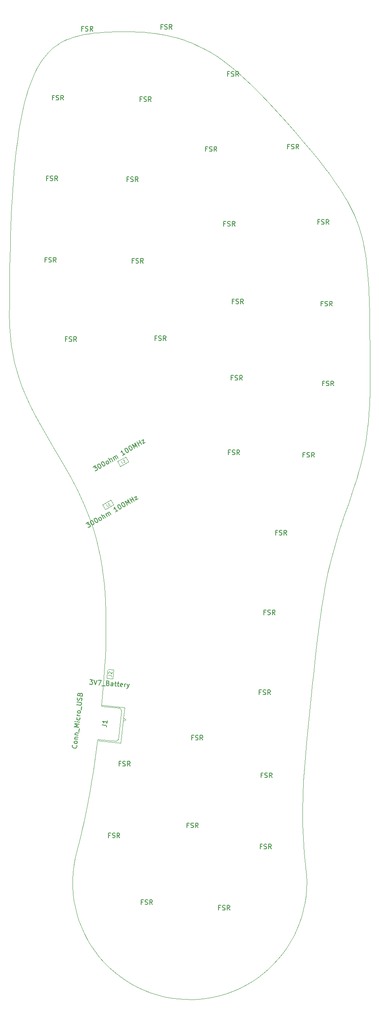
<source format=gbr>
G04 #@! TF.GenerationSoftware,KiCad,Pcbnew,(5.0.0)*
G04 #@! TF.CreationDate,2019-10-21T15:10:15+02:00*
G04 #@! TF.ProjectId,Insole_PCB,496E736F6C655F5043422E6B69636164,rev?*
G04 #@! TF.SameCoordinates,Original*
G04 #@! TF.FileFunction,Other,Fab,Top*
%FSLAX46Y46*%
G04 Gerber Fmt 4.6, Leading zero omitted, Abs format (unit mm)*
G04 Created by KiCad (PCBNEW (5.0.0)) date 10/21/19 15:10:15*
%MOMM*%
%LPD*%
G01*
G04 APERTURE LIST*
%ADD10C,0.100000*%
%ADD11C,0.150000*%
%ADD12C,0.114000*%
%ADD13C,0.080000*%
G04 APERTURE END LIST*
D10*
X190379453Y-186120707D02*
X194099453Y-186470707D01*
X194100603Y-186471601D02*
G75*
G02X194539453Y-187100707I-131150J-559106D01*
G01*
X193879453Y-193230707D02*
X194539453Y-187080707D01*
X193879787Y-193227302D02*
G75*
G02X193449453Y-193580707I-390334J36595D01*
G01*
X193459453Y-193580707D02*
X189609453Y-193230707D01*
X189388394Y-193387955D02*
G75*
G02X189599453Y-193230707I181059J-22752D01*
G01*
X190389416Y-186121040D02*
G75*
G02X190239453Y-185960707I37J150333D01*
G01*
X170502673Y-97171820D02*
X170487953Y-99792361D01*
X170527363Y-94628611D02*
X170502673Y-97171820D01*
X170483053Y-102491270D02*
X170494723Y-103528975D01*
X170487953Y-99792361D02*
X170483053Y-102491270D01*
X170494723Y-103528975D02*
X170529453Y-104550707D01*
X177637945Y-47294604D02*
X177239801Y-47873209D01*
X173313860Y-58401530D02*
X173062719Y-59616228D01*
X182823765Y-43088121D02*
X182273888Y-43338531D01*
X190332184Y-41523251D02*
X189533787Y-41588051D01*
X177239801Y-47873209D02*
X176851969Y-48493105D01*
X170607173Y-89770014D02*
X170562153Y-92161688D01*
X170662563Y-87452544D02*
X170607173Y-89770014D01*
X170728433Y-85208243D02*
X170662563Y-87452544D01*
X170804923Y-83036070D02*
X170728433Y-85208243D01*
X170892153Y-80934985D02*
X170804923Y-83036070D01*
X171494020Y-71459414D02*
X171351126Y-73220675D01*
X173852888Y-56140520D02*
X173577303Y-57243380D01*
X182273888Y-43338531D02*
X181742821Y-43610661D01*
X175407072Y-51411127D02*
X175073286Y-52256594D01*
X172824060Y-60887881D02*
X172597818Y-62217097D01*
X176851969Y-48493105D02*
X176474615Y-49155581D01*
X188758851Y-41665951D02*
X188007291Y-41757751D01*
X172597818Y-62217097D02*
X172383871Y-63604914D01*
X185233138Y-42280251D02*
X184597201Y-42453871D01*
X181742821Y-43610661D02*
X181229520Y-43906061D01*
X171099375Y-76941897D02*
X170990263Y-78903941D01*
X178892931Y-45786555D02*
X178464344Y-46254206D01*
X170990263Y-78903941D02*
X170892153Y-80934985D01*
X171648435Y-69762987D02*
X171494020Y-71459414D01*
X171814501Y-68130366D02*
X171648435Y-69762987D01*
X174439806Y-54095606D02*
X174140444Y-55091692D01*
X191999694Y-41429551D02*
X191154124Y-41470651D01*
X172182089Y-65052370D02*
X171992342Y-66560511D01*
X173062719Y-59616228D02*
X172824060Y-60887881D01*
X180252045Y-44572921D02*
X179785790Y-44947461D01*
X175752001Y-50613314D02*
X175407072Y-51411127D01*
X174750810Y-53151003D02*
X174439806Y-54095606D01*
X191154124Y-41470651D02*
X190332184Y-41523251D01*
X192868974Y-41398951D02*
X191999694Y-41429551D01*
X173577303Y-57243380D02*
X173313860Y-58401530D01*
X171219618Y-75047823D02*
X171099375Y-76941897D01*
X171992342Y-66560511D02*
X171814501Y-68130366D01*
X175073286Y-52256594D02*
X174750810Y-53151003D01*
X183984139Y-42646361D02*
X183393491Y-42857891D01*
X172383871Y-63604914D02*
X172182089Y-65052370D01*
X179785790Y-44947461D02*
X179333132Y-45351491D01*
X183393491Y-42857891D02*
X182823765Y-43088121D01*
X189533787Y-41588051D02*
X188758851Y-41665951D01*
X187279023Y-41864221D02*
X186573964Y-41986251D01*
X176474615Y-49155581D02*
X176107900Y-49861887D01*
X181229520Y-43906061D02*
X180732941Y-44226301D01*
X180732941Y-44226301D02*
X180252045Y-44572921D01*
X174140444Y-55091692D02*
X173852888Y-56140520D01*
X176107900Y-49861887D02*
X175752001Y-50613314D01*
X179333132Y-45351491D02*
X178892931Y-45786555D01*
X188007291Y-41757751D02*
X187279023Y-41864221D01*
X193762044Y-41378151D02*
X192868974Y-41398951D01*
X186573964Y-41986251D02*
X185892030Y-42124651D01*
X184597201Y-42453871D02*
X183984139Y-42646361D01*
X171351126Y-73220675D02*
X171219618Y-75047823D01*
X185892030Y-42124651D02*
X185233138Y-42280251D01*
X178046228Y-46755999D02*
X177637945Y-47294604D01*
X178464344Y-46254206D02*
X178046228Y-46755999D01*
X170562153Y-92161688D02*
X170527363Y-94628611D01*
X194679004Y-41366251D02*
X193762044Y-41378151D01*
X195619924Y-41362251D02*
X194679004Y-41366251D01*
X196894014Y-41377451D02*
X195619924Y-41362251D01*
X198114894Y-41422051D02*
X196894014Y-41377451D01*
X202517934Y-41863141D02*
X201483824Y-41716781D01*
X203511444Y-42031461D02*
X202517934Y-41863141D01*
X200407134Y-41593351D02*
X199285094Y-41494551D01*
X199285094Y-41494551D02*
X198114894Y-41422051D01*
X201483824Y-41716781D02*
X200407134Y-41593351D01*
X247122744Y-128410147D02*
X247352264Y-126755951D01*
X246857894Y-130000195D02*
X247122744Y-128410147D01*
X246560114Y-131532802D02*
X246857894Y-130000195D01*
X246231804Y-133014679D02*
X246560114Y-131532802D01*
X247352264Y-126755951D02*
X247544064Y-125030899D01*
X233232414Y-231222212D02*
X233627294Y-229772978D01*
X245493214Y-135853550D02*
X245875364Y-134452530D01*
X243304924Y-142610921D02*
X244222294Y-139929626D01*
X238528834Y-159144221D02*
X238886104Y-157445068D01*
X235217794Y-184592249D02*
X235399484Y-182844599D01*
X232751664Y-232645269D02*
X233232414Y-231222212D01*
X242362964Y-145326353D02*
X243304924Y-142610921D01*
X236170304Y-175609913D02*
X236594054Y-171886652D01*
X233440754Y-211338705D02*
X233415954Y-209805479D01*
X233478254Y-205250906D02*
X233617954Y-202223551D01*
X236594054Y-171886652D02*
X237063174Y-168157637D01*
X245088094Y-137228461D02*
X245493214Y-135853550D01*
X233564554Y-214438551D02*
X233489954Y-212882467D01*
X234136644Y-220821943D02*
X233950604Y-219198652D01*
X233950604Y-219198652D02*
X233793904Y-217594854D01*
X244222294Y-139929626D02*
X245088094Y-137228461D01*
X240963604Y-149581666D02*
X241423414Y-148129930D01*
X234075074Y-196077692D02*
X234370484Y-192916792D01*
X239664804Y-154175581D02*
X240082284Y-152603682D01*
X231539784Y-235392645D02*
X232186784Y-234037069D01*
X237592034Y-164473799D02*
X237883364Y-162664739D01*
X234695794Y-189668978D02*
X234866134Y-188005586D01*
X233489954Y-212882467D02*
X233440754Y-211338705D01*
X233665544Y-216008749D02*
X233564554Y-214438551D01*
X234324784Y-223818838D02*
X234275484Y-222317579D01*
X228180954Y-240358183D02*
X229130544Y-239194364D01*
X227163554Y-241463209D02*
X228180954Y-240358183D01*
X233793904Y-217594854D02*
X233665544Y-216008749D01*
X223741874Y-244387187D02*
X224940044Y-243481317D01*
X234530094Y-191305075D02*
X234695794Y-189668978D01*
X234275484Y-222317579D02*
X234136644Y-220821943D01*
X241891204Y-146713748D02*
X242362964Y-145326353D01*
X234866134Y-188005586D02*
X235040084Y-186312990D01*
X238195024Y-160886073D02*
X238528834Y-159144221D01*
X233414954Y-208280981D02*
X233478254Y-205250906D01*
X241423414Y-148129930D02*
X241891204Y-146713748D01*
X240515884Y-151072638D02*
X240963604Y-149581666D01*
X240082284Y-152603682D02*
X240515884Y-151072638D01*
X237883364Y-162664739D02*
X238195024Y-160886073D01*
X239265414Y-155789116D02*
X239664804Y-154175581D01*
X233934914Y-228302755D02*
X234154174Y-226816778D01*
X237319234Y-166306887D02*
X237592034Y-164473799D01*
X237063174Y-168157637D02*
X237319234Y-166306887D01*
X234370484Y-192916792D02*
X234530094Y-191305075D01*
X233617954Y-202223551D02*
X233820564Y-199172876D01*
X226081954Y-242505497D02*
X227163554Y-241463209D01*
X233627294Y-229772978D02*
X233934914Y-228302755D01*
X230008924Y-237975904D02*
X230812964Y-236707151D01*
X233415954Y-209805479D02*
X233414954Y-208280981D01*
X232186784Y-234037069D02*
X232751664Y-232645269D01*
X235775624Y-179273519D02*
X236170304Y-175609913D01*
X235585354Y-181071276D02*
X235775624Y-179273519D01*
X233820564Y-199172876D02*
X234075074Y-196077692D01*
X230812964Y-236707151D02*
X231539784Y-235392645D01*
X229130544Y-239194364D02*
X230008924Y-237975904D01*
X234284284Y-225320356D02*
X234324784Y-223818838D01*
X224940044Y-243481317D02*
X226081954Y-242505497D01*
X221194114Y-245976421D02*
X222491744Y-245219877D01*
X245875364Y-134452530D02*
X246231804Y-133014679D01*
X238886104Y-157445068D02*
X239265414Y-155789116D01*
X234154174Y-226816778D02*
X234284284Y-225320356D01*
X235040084Y-186312990D02*
X235217794Y-184592249D01*
X235399484Y-182844599D02*
X235585354Y-181071276D01*
X222491744Y-245219877D02*
X223741874Y-244387187D01*
X211186874Y-248949361D02*
X212679944Y-248785231D01*
X209686664Y-249023961D02*
X211186874Y-248949361D01*
X202265874Y-248056971D02*
X203721574Y-248427291D01*
X200834884Y-247600371D02*
X202265874Y-248056971D01*
X195458624Y-244948187D02*
X196740794Y-245730641D01*
X186609900Y-234941105D02*
X187310154Y-236269955D01*
X185001417Y-230737507D02*
X185453466Y-232169933D01*
X184357719Y-227804516D02*
X184635733Y-229280628D01*
X184137467Y-221813709D02*
X184058047Y-223313671D01*
X184058047Y-223313671D02*
X184068357Y-224815700D01*
X206686264Y-248904091D02*
X208184674Y-249008861D01*
X188942245Y-238790478D02*
X189868254Y-239973148D01*
X193045754Y-243160767D02*
X194225474Y-244090547D01*
X191923684Y-242162207D02*
X193045754Y-243160767D01*
X184635733Y-229280628D02*
X185001417Y-230737507D01*
X184564049Y-218841373D02*
X184306334Y-220321171D01*
X190863254Y-241098392D02*
X191923684Y-242162207D01*
X184168367Y-226314434D02*
X184357719Y-227804516D01*
X184068357Y-224815700D02*
X184168367Y-226314434D01*
X184306334Y-220321171D02*
X184137467Y-221813709D01*
X185990265Y-233572803D02*
X186609900Y-234941105D01*
X219853604Y-246654091D02*
X221194114Y-245976421D01*
X208184674Y-249008861D02*
X209686664Y-249023961D01*
X218475014Y-247250491D02*
X219853604Y-246654091D01*
X217063264Y-247763481D02*
X218475014Y-247250491D01*
X203721574Y-248427291D02*
X205196794Y-248710001D01*
X189868254Y-239973148D02*
X190863254Y-241098392D01*
X187310154Y-236269955D02*
X188088528Y-237554607D01*
X185453466Y-232169933D02*
X185990265Y-233572803D01*
X199433734Y-247059111D02*
X200834884Y-247600371D01*
X188088528Y-237554607D02*
X188942245Y-238790478D01*
X215623394Y-248191241D02*
X217063264Y-247763481D01*
X214160544Y-248532231D02*
X215623394Y-248191241D01*
X205196794Y-248710001D02*
X206686264Y-248904091D01*
X198067404Y-246435131D02*
X199433734Y-247059111D01*
X212679944Y-248785231D02*
X214160544Y-248532231D01*
X194225474Y-244090547D02*
X195458624Y-244948187D01*
X196740794Y-245730641D02*
X198067404Y-246435131D01*
X247894174Y-116306412D02*
X247893934Y-115319929D01*
X247893934Y-115319929D02*
X247893474Y-114356672D01*
X247805234Y-121342596D02*
X247843834Y-120368246D01*
X247884714Y-109872621D02*
X247877714Y-108225431D01*
X247695734Y-123228281D02*
X247755834Y-122295894D01*
X247889714Y-111601641D02*
X247884714Y-109872621D01*
X247892714Y-113416180D02*
X247889714Y-111601641D01*
X247888234Y-118355469D02*
X247894234Y-117316582D01*
X247871534Y-119372614D02*
X247888234Y-118355469D01*
X247843834Y-120368246D02*
X247871534Y-119372614D01*
X247544064Y-125030899D02*
X247695734Y-123228281D01*
X247893474Y-114356672D02*
X247892714Y-113416180D01*
X247894234Y-117316582D02*
X247894174Y-116306412D01*
X247755834Y-122295894D02*
X247805234Y-121342596D01*
X214879924Y-46562887D02*
X213635264Y-45792066D01*
X221449504Y-51855032D02*
X220427524Y-50912542D01*
X246137844Y-85339773D02*
X245798804Y-84144155D01*
X247788714Y-101087770D02*
X247756614Y-99854063D01*
X231805254Y-62842268D02*
X230010224Y-60814360D01*
X243604684Y-78815481D02*
X243064624Y-77814077D01*
X247565214Y-95446836D02*
X247500314Y-94463411D01*
X236877664Y-68895216D02*
X235248524Y-66886267D01*
X244110704Y-79826216D02*
X243604684Y-78815481D01*
X246958794Y-89379869D02*
X246842054Y-88647402D01*
X241885614Y-75827581D02*
X241249624Y-74839613D01*
X246584794Y-87260244D02*
X246444044Y-86600973D01*
X247067774Y-90141317D02*
X246958794Y-89379869D01*
X247867714Y-106656381D02*
X247854314Y-105161779D01*
X247169114Y-90934034D02*
X247067774Y-90141317D01*
X222453224Y-52813635D02*
X221449504Y-51855032D01*
X210954374Y-44379261D02*
X210236764Y-44055661D01*
X235248524Y-66886267D02*
X233554534Y-64867430D01*
X216070304Y-47371786D02*
X214879924Y-46562887D01*
X206268334Y-42658791D02*
X205384664Y-42430231D01*
X247854314Y-105161779D02*
X247837014Y-103737940D01*
X208731434Y-43449871D02*
X207939734Y-43169561D01*
X210236764Y-44055661D02*
X209496454Y-43745561D01*
X212329384Y-45063121D02*
X210954374Y-44379261D01*
X213635264Y-45792066D02*
X212329384Y-45063121D01*
X241249624Y-74839613D02*
X240584664Y-73853231D01*
X247262914Y-91760313D02*
X247169114Y-90934034D01*
X218315924Y-49088697D02*
X217213334Y-48214979D01*
X247623114Y-96475275D02*
X247565214Y-95446836D01*
X224412064Y-54770849D02*
X222453224Y-52813635D01*
X247674214Y-97551016D02*
X247623114Y-96475275D01*
X247837014Y-103737940D02*
X247815314Y-102381166D01*
X247877714Y-108225431D02*
X247867714Y-106656381D01*
X247500314Y-94463411D02*
X247428414Y-93522711D01*
X219385014Y-49989149D02*
X218315924Y-49088697D01*
X220427524Y-50912542D02*
X219385014Y-49989149D01*
X247756614Y-99854063D02*
X247718614Y-98676351D01*
X245021544Y-81911230D02*
X244582934Y-80854971D01*
X245426774Y-83004465D02*
X245021544Y-81911230D01*
X228179124Y-58787207D02*
X226316524Y-56767568D01*
X242491104Y-76818586D02*
X241885614Y-75827581D01*
X245798804Y-84144155D02*
X245426774Y-83004465D01*
X247718614Y-98676351D02*
X247674214Y-97551016D01*
X244582934Y-80854971D02*
X244110704Y-79826216D01*
X239892194Y-72867002D02*
X239173744Y-71879469D01*
X247349314Y-92622438D02*
X247262914Y-91760313D01*
X230010224Y-60814360D02*
X228179124Y-58787207D01*
X233554534Y-64867430D02*
X231805254Y-62842268D01*
X239173744Y-71879469D02*
X238430784Y-70889196D01*
X246842054Y-88647402D02*
X246717424Y-87941625D01*
X246717424Y-87941625D02*
X246584794Y-87260244D01*
X243064624Y-77814077D02*
X242491104Y-76818586D01*
X204466364Y-42220801D02*
X203511444Y-42031461D01*
X209496454Y-43745561D02*
X208731434Y-43449871D01*
X217213334Y-48214979D02*
X216070304Y-47371786D01*
X247428414Y-93522711D02*
X247349314Y-92622438D01*
X226316524Y-56767568D02*
X224412064Y-54770849D01*
X247815314Y-102381166D02*
X247788714Y-101087770D01*
X238430784Y-70889196D02*
X236877664Y-68895216D01*
X246444044Y-86600973D02*
X246137844Y-85339773D01*
X205384664Y-42430231D02*
X204466364Y-42220801D01*
X240584664Y-73853231D02*
X239892194Y-72867002D01*
X207119364Y-42905551D02*
X206268334Y-42658791D01*
X207939734Y-43169561D02*
X207119364Y-42905551D01*
X187531669Y-205715372D02*
X187197858Y-207454901D01*
X191219344Y-167544674D02*
X191224344Y-169519192D01*
X189613116Y-152131936D02*
X190002174Y-153996906D01*
X184314893Y-138216109D02*
X185154422Y-139859829D01*
X171583982Y-112207114D02*
X172047078Y-113995104D01*
X179769689Y-130271493D02*
X181623956Y-133412058D01*
X177938346Y-127139655D02*
X179769689Y-130271493D01*
X191182044Y-165574631D02*
X191219344Y-167544674D01*
X170586793Y-105556944D02*
X170666303Y-106548167D01*
X188459882Y-200359976D02*
X188162849Y-202166827D01*
X170666303Y-106548167D02*
X170767533Y-107524855D01*
X189389453Y-193390707D02*
X189015686Y-196686720D01*
X191145044Y-173474812D02*
X191065544Y-175452492D01*
X189015686Y-196686720D02*
X188744239Y-198532904D01*
X186707202Y-143224146D02*
X187409930Y-144947064D01*
X184910087Y-217380000D02*
X184564049Y-218841373D01*
X185326309Y-215788691D02*
X184910087Y-217380000D01*
X190002174Y-153996906D02*
X190330984Y-155884556D01*
X185728338Y-214171702D02*
X185326309Y-215788691D01*
X186116338Y-212529436D02*
X185728338Y-214171702D01*
X186850933Y-209170634D02*
X186490480Y-210862276D01*
X187853366Y-203952330D02*
X187531669Y-205715372D01*
X171033383Y-109436552D02*
X171197118Y-110372527D01*
X191065544Y-175452492D02*
X190962494Y-177427801D01*
X175366857Y-122381745D02*
X176190515Y-123981566D01*
X188162849Y-202166827D02*
X187853366Y-203952330D01*
X188744239Y-198532904D02*
X188459882Y-200359976D01*
X173187780Y-117446663D02*
X173857915Y-119118695D01*
X190694954Y-181364478D02*
X190239453Y-185950707D01*
X171380796Y-111295885D02*
X171583982Y-112207114D01*
X189160672Y-150292170D02*
X189613116Y-152131936D01*
X190987594Y-161658337D02*
X191107044Y-163611460D01*
X176190515Y-123981566D02*
X177050202Y-125566079D01*
X190820544Y-159717797D02*
X190987594Y-161658337D01*
X171197118Y-110372527D02*
X171380796Y-111295885D01*
X191198744Y-171496476D02*
X191145044Y-173474812D01*
X181623956Y-133412058D02*
X182540748Y-134996543D01*
X191224344Y-169519192D02*
X191198744Y-171496476D01*
X187409930Y-144947064D02*
X188056533Y-146698704D01*
X191107044Y-163611460D02*
X191182044Y-165574631D01*
X190602724Y-157792361D02*
X190820544Y-159717797D01*
X173857915Y-119118695D02*
X174586797Y-120762246D01*
X177050202Y-125566079D02*
X177938346Y-127139655D01*
X170767533Y-107524855D02*
X170890042Y-108487490D01*
X190330984Y-155884556D02*
X190602724Y-157792361D01*
X185154422Y-139859829D02*
X185953612Y-141528788D01*
X185953612Y-141528788D02*
X186707202Y-143224146D01*
X188056533Y-146698704D02*
X188641748Y-148480227D01*
X183440547Y-136596326D02*
X184314893Y-138216109D01*
X174586797Y-120762246D02*
X175366857Y-122381745D01*
X182540748Y-134996543D02*
X183440547Y-136596326D01*
X172582864Y-115740338D02*
X173187780Y-117446663D01*
X170890042Y-108487490D02*
X171033383Y-109436552D01*
X188641748Y-148480227D02*
X189160672Y-150292170D01*
X186490480Y-210862276D02*
X186116338Y-212529436D01*
X187197858Y-207454901D02*
X186850933Y-209170634D01*
X190962494Y-177427801D02*
X190694954Y-181364478D01*
X172047078Y-113995104D02*
X172582864Y-115740338D01*
X170529453Y-104550707D02*
X170586793Y-105556944D01*
G04 #@! TO.C,J1*
X194936976Y-189290393D02*
X195470822Y-188994575D01*
X195240109Y-186406280D02*
X194435240Y-194064098D01*
X195240109Y-186406280D02*
X190366952Y-185894090D01*
X189562082Y-193551909D02*
X194435240Y-194064098D01*
X195470822Y-188994575D02*
X195010146Y-188594228D01*
G04 #@! TO.C,J2*
X191548730Y-178494356D02*
X191887605Y-178199777D01*
X191431365Y-180172758D02*
X191548730Y-178494356D01*
X192698271Y-180261348D02*
X191431365Y-180172758D01*
X192837784Y-178266220D02*
X192698271Y-180261348D01*
X191887605Y-178199777D02*
X192837784Y-178266220D01*
G04 #@! TO.C,L1*
X192873154Y-142927822D02*
X191141104Y-143927822D01*
X192273154Y-141888592D02*
X192873154Y-142927822D01*
X190541104Y-142888592D02*
X192273154Y-141888592D01*
X191141104Y-143927822D02*
X190541104Y-142888592D01*
G04 #@! TO.C,L2*
X193741104Y-133608592D02*
X195473154Y-132608592D01*
X194341104Y-134647822D02*
X193741104Y-133608592D01*
X196073154Y-133647822D02*
X194341104Y-134647822D01*
X195473154Y-132608592D02*
X196073154Y-133647822D01*
G04 #@! TD*
G04 #@! TO.C,S28*
D11*
X224686119Y-216199278D02*
X224352786Y-216199278D01*
X224352786Y-216723087D02*
X224352786Y-215723087D01*
X224828976Y-215723087D01*
X225162310Y-216675468D02*
X225305167Y-216723087D01*
X225543262Y-216723087D01*
X225638500Y-216675468D01*
X225686119Y-216627849D01*
X225733738Y-216532611D01*
X225733738Y-216437373D01*
X225686119Y-216342135D01*
X225638500Y-216294516D01*
X225543262Y-216246897D01*
X225352786Y-216199278D01*
X225257548Y-216151659D01*
X225209929Y-216104040D01*
X225162310Y-216008802D01*
X225162310Y-215913564D01*
X225209929Y-215818326D01*
X225257548Y-215770707D01*
X225352786Y-215723087D01*
X225590881Y-215723087D01*
X225733738Y-215770707D01*
X226733738Y-216723087D02*
X226400405Y-216246897D01*
X226162310Y-216723087D02*
X226162310Y-215723087D01*
X226543262Y-215723087D01*
X226638500Y-215770707D01*
X226686119Y-215818326D01*
X226733738Y-215913564D01*
X226733738Y-216056421D01*
X226686119Y-216151659D01*
X226638500Y-216199278D01*
X226543262Y-216246897D01*
X226162310Y-216246897D01*
G04 #@! TO.C,J1*
X184941276Y-194533806D02*
X184983656Y-194586142D01*
X185016082Y-194733194D01*
X185006127Y-194827910D01*
X184943836Y-194965007D01*
X184839164Y-195049768D01*
X184739470Y-195087171D01*
X184545060Y-195114619D01*
X184402986Y-195099687D01*
X184218530Y-195032418D01*
X184128792Y-194975105D01*
X184044030Y-194870434D01*
X184011605Y-194723382D01*
X184021560Y-194628665D01*
X184083851Y-194491568D01*
X184136186Y-194449187D01*
X185095722Y-193975463D02*
X185038409Y-194065201D01*
X184986073Y-194107582D01*
X184886380Y-194144985D01*
X184602230Y-194115120D01*
X184512492Y-194057807D01*
X184470111Y-194005471D01*
X184432708Y-193905777D01*
X184447640Y-193763702D01*
X184504954Y-193673964D01*
X184557289Y-193631583D01*
X184656983Y-193594180D01*
X184941133Y-193624045D01*
X185030871Y-193681358D01*
X185073252Y-193733694D01*
X185110655Y-193833388D01*
X185095722Y-193975463D01*
X184512349Y-193148046D02*
X185175363Y-193217732D01*
X184607065Y-193158001D02*
X184564684Y-193105665D01*
X184527281Y-193005971D01*
X184542214Y-192863897D01*
X184599527Y-192774158D01*
X184699221Y-192736755D01*
X185220161Y-192791508D01*
X184606922Y-192248241D02*
X185269937Y-192317926D01*
X184701638Y-192258196D02*
X184659258Y-192205860D01*
X184621855Y-192106166D01*
X184636787Y-191964091D01*
X184694101Y-191874353D01*
X184793794Y-191836949D01*
X185314734Y-191891702D01*
X185434339Y-191664867D02*
X185513979Y-190907136D01*
X185444151Y-190660390D02*
X184449629Y-190555861D01*
X185194844Y-190299017D01*
X184519314Y-189892847D01*
X185513836Y-189997375D01*
X185563612Y-189523793D02*
X184900597Y-189454108D01*
X184569090Y-189419265D02*
X184611471Y-189471600D01*
X184663806Y-189429220D01*
X184621426Y-189376884D01*
X184569090Y-189419265D01*
X184663806Y-189429220D01*
X185610827Y-188619010D02*
X185648230Y-188718704D01*
X185628320Y-188908137D01*
X185571007Y-188997876D01*
X185518671Y-189040256D01*
X185418977Y-189077659D01*
X185134828Y-189047794D01*
X185045089Y-188990481D01*
X185002708Y-188938145D01*
X184965305Y-188838451D01*
X184985215Y-188649018D01*
X185042529Y-188559280D01*
X185702983Y-188197764D02*
X185039968Y-188128078D01*
X185229401Y-188147989D02*
X185139662Y-188090675D01*
X185097282Y-188038340D01*
X185059879Y-187938646D01*
X185069834Y-187843929D01*
X185782624Y-187440033D02*
X185725311Y-187529772D01*
X185672975Y-187572153D01*
X185573281Y-187609556D01*
X185289132Y-187579690D01*
X185199393Y-187522377D01*
X185157012Y-187470041D01*
X185119609Y-187370347D01*
X185134542Y-187228273D01*
X185191855Y-187138534D01*
X185244191Y-187096153D01*
X185343885Y-187058750D01*
X185628034Y-187088616D01*
X185717773Y-187145929D01*
X185760153Y-187198265D01*
X185797556Y-187297958D01*
X185782624Y-187440033D01*
X185932093Y-186929048D02*
X186011734Y-186171317D01*
X184947383Y-185820043D02*
X185752473Y-185904661D01*
X185852166Y-185867258D01*
X185904502Y-185824877D01*
X185961815Y-185735138D01*
X185981726Y-185545706D01*
X185944323Y-185446012D01*
X185901942Y-185393676D01*
X185812203Y-185336363D01*
X185007114Y-185251744D01*
X185999076Y-184925072D02*
X186061366Y-184787975D01*
X186086254Y-184551184D01*
X186048851Y-184451490D01*
X186006470Y-184399154D01*
X185916732Y-184341841D01*
X185822015Y-184331886D01*
X185722321Y-184369289D01*
X185669985Y-184411669D01*
X185612672Y-184501408D01*
X185545404Y-184685863D01*
X185488091Y-184775602D01*
X185435755Y-184817983D01*
X185336061Y-184855386D01*
X185241345Y-184845431D01*
X185151606Y-184788118D01*
X185109225Y-184735782D01*
X185071822Y-184636088D01*
X185096710Y-184399297D01*
X185159001Y-184262200D01*
X185664865Y-183549267D02*
X185727156Y-183412170D01*
X185779492Y-183369789D01*
X185879185Y-183332386D01*
X186021260Y-183347319D01*
X186110999Y-183404632D01*
X186153379Y-183456968D01*
X186190783Y-183556662D01*
X186150962Y-183935527D01*
X185156440Y-183830999D01*
X185191283Y-183499492D01*
X185248596Y-183409753D01*
X185300932Y-183367372D01*
X185400626Y-183329969D01*
X185495342Y-183339924D01*
X185585081Y-183397237D01*
X185627462Y-183449573D01*
X185664865Y-183549267D01*
X185630022Y-183880774D01*
X190429303Y-190107019D02*
X191139675Y-190181682D01*
X191276772Y-190243973D01*
X191361534Y-190348644D01*
X191393959Y-190495697D01*
X191384004Y-190590413D01*
X191528353Y-189217026D02*
X191468622Y-189785324D01*
X191498488Y-189501175D02*
X190503966Y-189396646D01*
X190636085Y-189506295D01*
X190720846Y-189610967D01*
X190758250Y-189710661D01*
G04 #@! TO.C,J2*
X187777552Y-180430890D02*
X188395092Y-180474073D01*
X188035997Y-180830845D01*
X188178506Y-180840810D01*
X188270190Y-180894957D01*
X188314372Y-180945781D01*
X188355231Y-181044109D01*
X188338623Y-181281624D01*
X188284476Y-181373309D01*
X188233651Y-181417490D01*
X188135323Y-181458350D01*
X187850305Y-181438419D01*
X187758621Y-181384273D01*
X187714439Y-181333448D01*
X188680110Y-180494003D02*
X188942875Y-181514819D01*
X189345153Y-180540507D01*
X189582668Y-180557116D02*
X190247711Y-180603620D01*
X189750427Y-181571289D01*
X190313820Y-181706156D02*
X191073869Y-181759303D01*
X191687088Y-181181625D02*
X191826276Y-181239093D01*
X191870457Y-181289918D01*
X191911317Y-181388246D01*
X191901351Y-181530755D01*
X191847205Y-181622439D01*
X191796380Y-181666620D01*
X191698052Y-181707480D01*
X191318028Y-181680906D01*
X191387784Y-180683342D01*
X191720306Y-180706594D01*
X191811990Y-180760741D01*
X191856171Y-180811565D01*
X191897031Y-180909893D01*
X191890387Y-181004899D01*
X191836241Y-181096584D01*
X191785416Y-181140765D01*
X191687088Y-181181625D01*
X191354567Y-181158372D01*
X192743119Y-181780558D02*
X192779658Y-181258025D01*
X192738799Y-181159697D01*
X192647114Y-181105550D01*
X192457102Y-181092263D01*
X192358774Y-181133123D01*
X192746441Y-181733055D02*
X192648113Y-181773915D01*
X192410598Y-181757306D01*
X192318914Y-181703159D01*
X192278054Y-181604832D01*
X192284698Y-181509826D01*
X192338844Y-181418141D01*
X192437172Y-181377282D01*
X192674687Y-181393890D01*
X192773015Y-181353031D01*
X193122145Y-181138768D02*
X193502169Y-181165341D01*
X193287906Y-180816211D02*
X193228115Y-181671266D01*
X193268975Y-181769594D01*
X193360659Y-181823741D01*
X193455665Y-181830384D01*
X193692182Y-181178628D02*
X194072206Y-181205202D01*
X193857943Y-180856072D02*
X193798152Y-181711127D01*
X193839011Y-181809455D01*
X193930696Y-181863602D01*
X194025702Y-181870245D01*
X194741569Y-181872568D02*
X194643241Y-181913428D01*
X194453229Y-181900141D01*
X194361545Y-181845994D01*
X194320685Y-181747666D01*
X194347259Y-181367642D01*
X194401406Y-181275958D01*
X194499733Y-181235098D01*
X194689746Y-181248385D01*
X194781430Y-181302531D01*
X194822290Y-181400859D01*
X194815646Y-181495865D01*
X194333972Y-181557654D01*
X195213278Y-181953288D02*
X195259782Y-181288246D01*
X195246495Y-181478258D02*
X195300642Y-181386574D01*
X195351467Y-181342392D01*
X195449794Y-181301533D01*
X195544801Y-181308176D01*
X195782316Y-181324785D02*
X195973327Y-182006436D01*
X196257346Y-181358002D02*
X195973327Y-182006436D01*
X195861712Y-182237308D01*
X195810887Y-182281489D01*
X195712559Y-182322349D01*
D12*
X191701726Y-179443173D02*
X192243261Y-179481041D01*
X192349043Y-179524716D01*
X192416199Y-179601970D01*
X192444728Y-179712802D01*
X192439679Y-179785006D01*
X191796652Y-179123301D02*
X191763074Y-179084674D01*
X191732020Y-179009945D01*
X191744643Y-178829433D01*
X191785794Y-178759753D01*
X191824421Y-178726175D01*
X191899150Y-178695122D01*
X191971355Y-178700171D01*
X192077137Y-178743847D01*
X192480071Y-179207369D01*
X192512890Y-178738039D01*
G04 #@! TO.C,L1*
D11*
X186917829Y-146946230D02*
X187453940Y-146636706D01*
X187355741Y-147133287D01*
X187479459Y-147061859D01*
X187585747Y-147055479D01*
X187650796Y-147072909D01*
X187739654Y-147131578D01*
X187858702Y-147337774D01*
X187865082Y-147444062D01*
X187847652Y-147509111D01*
X187788983Y-147597970D01*
X187541547Y-147740827D01*
X187435259Y-147747206D01*
X187370210Y-147729777D01*
X187990051Y-146327182D02*
X188072530Y-146279563D01*
X188178818Y-146273183D01*
X188243866Y-146290613D01*
X188332725Y-146349282D01*
X188469202Y-146490430D01*
X188588250Y-146696627D01*
X188642249Y-146885393D01*
X188648628Y-146991681D01*
X188631199Y-147056730D01*
X188572530Y-147145589D01*
X188490051Y-147193208D01*
X188383763Y-147199587D01*
X188318714Y-147182158D01*
X188229856Y-147123488D01*
X188093378Y-146982341D01*
X187974331Y-146776144D01*
X187920332Y-146587378D01*
X187913952Y-146481089D01*
X187931382Y-146416041D01*
X187990051Y-146327182D01*
X188814837Y-145850992D02*
X188897316Y-145803373D01*
X189003604Y-145796993D01*
X189068653Y-145814423D01*
X189157511Y-145873092D01*
X189293988Y-146014240D01*
X189413036Y-146220436D01*
X189467035Y-146409203D01*
X189473414Y-146515491D01*
X189455985Y-146580540D01*
X189397316Y-146669398D01*
X189314837Y-146717017D01*
X189208549Y-146723397D01*
X189143500Y-146705967D01*
X189054642Y-146647298D01*
X188918164Y-146506150D01*
X188799117Y-146299954D01*
X188745118Y-146111187D01*
X188738738Y-146004899D01*
X188756168Y-145939850D01*
X188814837Y-145850992D01*
X190098384Y-146264636D02*
X189992096Y-146271016D01*
X189927047Y-146253586D01*
X189838188Y-146194917D01*
X189695331Y-145947481D01*
X189688952Y-145841193D01*
X189706381Y-145776144D01*
X189765050Y-145687286D01*
X189888768Y-145615857D01*
X189995057Y-145609478D01*
X190060105Y-145626907D01*
X190148964Y-145685576D01*
X190291821Y-145933012D01*
X190298201Y-146039300D01*
X190280771Y-146104349D01*
X190222102Y-146193208D01*
X190098384Y-146264636D01*
X190758213Y-145883684D02*
X190258213Y-145017658D01*
X191129366Y-145669398D02*
X190867462Y-145215766D01*
X190778603Y-145157097D01*
X190672315Y-145163476D01*
X190548597Y-145234905D01*
X190489928Y-145323763D01*
X190472498Y-145388812D01*
X191541759Y-145431303D02*
X191208426Y-144853953D01*
X191256045Y-144936431D02*
X191273475Y-144871382D01*
X191332144Y-144782524D01*
X191455862Y-144711095D01*
X191562150Y-144704716D01*
X191651008Y-144763385D01*
X191912913Y-145217017D01*
X191651008Y-144763385D02*
X191644629Y-144657097D01*
X191703298Y-144568238D01*
X191827016Y-144496810D01*
X191933304Y-144490430D01*
X192022162Y-144549099D01*
X192284067Y-145002731D01*
X193809921Y-144121779D02*
X193315050Y-144407493D01*
X193562485Y-144264636D02*
X193062485Y-143398611D01*
X193051435Y-143569948D01*
X193016576Y-143700045D01*
X192957907Y-143788904D01*
X193846032Y-142946230D02*
X193928511Y-142898611D01*
X194034799Y-142892231D01*
X194099848Y-142909661D01*
X194188706Y-142968330D01*
X194325184Y-143109478D01*
X194444231Y-143315674D01*
X194498230Y-143504441D01*
X194504610Y-143610729D01*
X194487180Y-143675778D01*
X194428511Y-143764636D01*
X194346032Y-143812255D01*
X194239744Y-143818635D01*
X194174695Y-143801205D01*
X194085837Y-143742536D01*
X193949360Y-143601388D01*
X193830312Y-143395192D01*
X193776313Y-143206425D01*
X193769933Y-143100137D01*
X193787363Y-143035088D01*
X193846032Y-142946230D01*
X194670818Y-142470039D02*
X194753297Y-142422420D01*
X194859585Y-142416041D01*
X194924634Y-142433470D01*
X195013492Y-142492139D01*
X195149970Y-142633287D01*
X195269017Y-142839484D01*
X195323016Y-143028250D01*
X195329396Y-143134539D01*
X195311966Y-143199587D01*
X195253297Y-143288446D01*
X195170818Y-143336065D01*
X195064530Y-143342444D01*
X194999481Y-143325015D01*
X194910623Y-143266346D01*
X194774146Y-143125198D01*
X194655098Y-142919001D01*
X194601099Y-142730235D01*
X194594719Y-142623947D01*
X194612149Y-142558898D01*
X194670818Y-142470039D01*
X195830647Y-142955112D02*
X195330647Y-142089087D01*
X195976465Y-142541010D01*
X195907997Y-141755754D01*
X196407997Y-142621779D01*
X196820391Y-142383684D02*
X196320391Y-141517658D01*
X196558486Y-141930051D02*
X197053357Y-141644337D01*
X197315262Y-142097970D02*
X196815262Y-141231944D01*
X197311843Y-141330143D02*
X197765476Y-141068238D01*
X197645177Y-141907493D01*
X198098809Y-141645589D01*
D13*
X191748055Y-143145760D02*
X191541858Y-143264807D01*
X191291858Y-142831795D01*
X192119209Y-142931474D02*
X191871773Y-143074331D01*
X191995491Y-143002903D02*
X191745491Y-142569890D01*
X191739966Y-142655559D01*
X191722536Y-142720607D01*
X191693201Y-142765037D01*
G04 #@! TO.C,L2*
D11*
X188467829Y-134808346D02*
X189003940Y-134498822D01*
X188905741Y-134995403D01*
X189029459Y-134923975D01*
X189135747Y-134917595D01*
X189200796Y-134935025D01*
X189289654Y-134993694D01*
X189408702Y-135199890D01*
X189415082Y-135306178D01*
X189397652Y-135371227D01*
X189338983Y-135460086D01*
X189091547Y-135602943D01*
X188985259Y-135609322D01*
X188920210Y-135591893D01*
X189540051Y-134189298D02*
X189622530Y-134141679D01*
X189728818Y-134135299D01*
X189793866Y-134152729D01*
X189882725Y-134211398D01*
X190019202Y-134352546D01*
X190138250Y-134558743D01*
X190192249Y-134747509D01*
X190198628Y-134853797D01*
X190181199Y-134918846D01*
X190122530Y-135007705D01*
X190040051Y-135055324D01*
X189933763Y-135061703D01*
X189868714Y-135044274D01*
X189779856Y-134985604D01*
X189643378Y-134844457D01*
X189524331Y-134638260D01*
X189470332Y-134449494D01*
X189463952Y-134343205D01*
X189481382Y-134278157D01*
X189540051Y-134189298D01*
X190364837Y-133713108D02*
X190447316Y-133665489D01*
X190553604Y-133659109D01*
X190618653Y-133676539D01*
X190707511Y-133735208D01*
X190843988Y-133876356D01*
X190963036Y-134082552D01*
X191017035Y-134271319D01*
X191023414Y-134377607D01*
X191005985Y-134442656D01*
X190947316Y-134531514D01*
X190864837Y-134579133D01*
X190758549Y-134585513D01*
X190693500Y-134568083D01*
X190604642Y-134509414D01*
X190468164Y-134368266D01*
X190349117Y-134162070D01*
X190295118Y-133973303D01*
X190288738Y-133867015D01*
X190306168Y-133801966D01*
X190364837Y-133713108D01*
X191648384Y-134126752D02*
X191542096Y-134133132D01*
X191477047Y-134115702D01*
X191388188Y-134057033D01*
X191245331Y-133809597D01*
X191238952Y-133703309D01*
X191256381Y-133638260D01*
X191315050Y-133549402D01*
X191438768Y-133477973D01*
X191545057Y-133471594D01*
X191610105Y-133489023D01*
X191698964Y-133547692D01*
X191841821Y-133795128D01*
X191848201Y-133901416D01*
X191830771Y-133966465D01*
X191772102Y-134055324D01*
X191648384Y-134126752D01*
X192308213Y-133745800D02*
X191808213Y-132879774D01*
X192679366Y-133531514D02*
X192417462Y-133077882D01*
X192328603Y-133019213D01*
X192222315Y-133025592D01*
X192098597Y-133097021D01*
X192039928Y-133185879D01*
X192022498Y-133250928D01*
X193091759Y-133293419D02*
X192758426Y-132716069D01*
X192806045Y-132798547D02*
X192823475Y-132733498D01*
X192882144Y-132644640D01*
X193005862Y-132573211D01*
X193112150Y-132566832D01*
X193201008Y-132625501D01*
X193462913Y-133079133D01*
X193201008Y-132625501D02*
X193194629Y-132519213D01*
X193253298Y-132430354D01*
X193377016Y-132358926D01*
X193483304Y-132352546D01*
X193572162Y-132411215D01*
X193834067Y-132864847D01*
X195359921Y-131983895D02*
X194865050Y-132269609D01*
X195112485Y-132126752D02*
X194612485Y-131260727D01*
X194601435Y-131432064D01*
X194566576Y-131562161D01*
X194507907Y-131651020D01*
X195396032Y-130808346D02*
X195478511Y-130760727D01*
X195584799Y-130754347D01*
X195649848Y-130771777D01*
X195738706Y-130830446D01*
X195875184Y-130971594D01*
X195994231Y-131177790D01*
X196048230Y-131366557D01*
X196054610Y-131472845D01*
X196037180Y-131537894D01*
X195978511Y-131626752D01*
X195896032Y-131674371D01*
X195789744Y-131680751D01*
X195724695Y-131663321D01*
X195635837Y-131604652D01*
X195499360Y-131463504D01*
X195380312Y-131257308D01*
X195326313Y-131068541D01*
X195319933Y-130962253D01*
X195337363Y-130897204D01*
X195396032Y-130808346D01*
X196220818Y-130332155D02*
X196303297Y-130284536D01*
X196409585Y-130278157D01*
X196474634Y-130295586D01*
X196563492Y-130354255D01*
X196699970Y-130495403D01*
X196819017Y-130701600D01*
X196873016Y-130890366D01*
X196879396Y-130996655D01*
X196861966Y-131061703D01*
X196803297Y-131150562D01*
X196720818Y-131198181D01*
X196614530Y-131204560D01*
X196549481Y-131187131D01*
X196460623Y-131128462D01*
X196324146Y-130987314D01*
X196205098Y-130781117D01*
X196151099Y-130592351D01*
X196144719Y-130486063D01*
X196162149Y-130421014D01*
X196220818Y-130332155D01*
X197380647Y-130817228D02*
X196880647Y-129951203D01*
X197526465Y-130403126D01*
X197457997Y-129617870D01*
X197957997Y-130483895D01*
X198370391Y-130245800D02*
X197870391Y-129379774D01*
X198108486Y-129792167D02*
X198603357Y-129506453D01*
X198865262Y-129960086D02*
X198365262Y-129094060D01*
X198861843Y-129192259D02*
X199315476Y-128930354D01*
X199195177Y-129769609D01*
X199648809Y-129507705D01*
D13*
X194948055Y-133865760D02*
X194741858Y-133984807D01*
X194491858Y-133551795D01*
X194845582Y-133402558D02*
X194854297Y-133370033D01*
X194883632Y-133325604D01*
X194986730Y-133266080D01*
X195039874Y-133262891D01*
X195072399Y-133271606D01*
X195116828Y-133300940D01*
X195140637Y-133342179D01*
X195155732Y-133415943D01*
X195051153Y-133806236D01*
X195319209Y-133651474D01*
G04 #@! TO.C,S0*
D11*
X182866666Y-107328571D02*
X182533333Y-107328571D01*
X182533333Y-107852380D02*
X182533333Y-106852380D01*
X183009523Y-106852380D01*
X183342857Y-107804761D02*
X183485714Y-107852380D01*
X183723809Y-107852380D01*
X183819047Y-107804761D01*
X183866666Y-107757142D01*
X183914285Y-107661904D01*
X183914285Y-107566666D01*
X183866666Y-107471428D01*
X183819047Y-107423809D01*
X183723809Y-107376190D01*
X183533333Y-107328571D01*
X183438095Y-107280952D01*
X183390476Y-107233333D01*
X183342857Y-107138095D01*
X183342857Y-107042857D01*
X183390476Y-106947619D01*
X183438095Y-106900000D01*
X183533333Y-106852380D01*
X183771428Y-106852380D01*
X183914285Y-106900000D01*
X184914285Y-107852380D02*
X184580952Y-107376190D01*
X184342857Y-107852380D02*
X184342857Y-106852380D01*
X184723809Y-106852380D01*
X184819047Y-106900000D01*
X184866666Y-106947619D01*
X184914285Y-107042857D01*
X184914285Y-107185714D01*
X184866666Y-107280952D01*
X184819047Y-107328571D01*
X184723809Y-107376190D01*
X184342857Y-107376190D01*
G04 #@! TO.C,S1*
X178486119Y-90328571D02*
X178152786Y-90328571D01*
X178152786Y-90852380D02*
X178152786Y-89852380D01*
X178628976Y-89852380D01*
X178962310Y-90804761D02*
X179105167Y-90852380D01*
X179343262Y-90852380D01*
X179438500Y-90804761D01*
X179486119Y-90757142D01*
X179533738Y-90661904D01*
X179533738Y-90566666D01*
X179486119Y-90471428D01*
X179438500Y-90423809D01*
X179343262Y-90376190D01*
X179152786Y-90328571D01*
X179057548Y-90280952D01*
X179009929Y-90233333D01*
X178962310Y-90138095D01*
X178962310Y-90042857D01*
X179009929Y-89947619D01*
X179057548Y-89900000D01*
X179152786Y-89852380D01*
X179390881Y-89852380D01*
X179533738Y-89900000D01*
X180533738Y-90852380D02*
X180200405Y-90376190D01*
X179962310Y-90852380D02*
X179962310Y-89852380D01*
X180343262Y-89852380D01*
X180438500Y-89900000D01*
X180486119Y-89947619D01*
X180533738Y-90042857D01*
X180533738Y-90185714D01*
X180486119Y-90280952D01*
X180438500Y-90328571D01*
X180343262Y-90376190D01*
X179962310Y-90376190D01*
G04 #@! TO.C,S2*
X178786119Y-72828571D02*
X178452786Y-72828571D01*
X178452786Y-73352380D02*
X178452786Y-72352380D01*
X178928976Y-72352380D01*
X179262310Y-73304761D02*
X179405167Y-73352380D01*
X179643262Y-73352380D01*
X179738500Y-73304761D01*
X179786119Y-73257142D01*
X179833738Y-73161904D01*
X179833738Y-73066666D01*
X179786119Y-72971428D01*
X179738500Y-72923809D01*
X179643262Y-72876190D01*
X179452786Y-72828571D01*
X179357548Y-72780952D01*
X179309929Y-72733333D01*
X179262310Y-72638095D01*
X179262310Y-72542857D01*
X179309929Y-72447619D01*
X179357548Y-72400000D01*
X179452786Y-72352380D01*
X179690881Y-72352380D01*
X179833738Y-72400000D01*
X180833738Y-73352380D02*
X180500405Y-72876190D01*
X180262310Y-73352380D02*
X180262310Y-72352380D01*
X180643262Y-72352380D01*
X180738500Y-72400000D01*
X180786119Y-72447619D01*
X180833738Y-72542857D01*
X180833738Y-72685714D01*
X180786119Y-72780952D01*
X180738500Y-72828571D01*
X180643262Y-72876190D01*
X180262310Y-72876190D01*
G04 #@! TO.C,S3*
X180066666Y-55528571D02*
X179733333Y-55528571D01*
X179733333Y-56052380D02*
X179733333Y-55052380D01*
X180209523Y-55052380D01*
X180542857Y-56004761D02*
X180685714Y-56052380D01*
X180923809Y-56052380D01*
X181019047Y-56004761D01*
X181066666Y-55957142D01*
X181114285Y-55861904D01*
X181114285Y-55766666D01*
X181066666Y-55671428D01*
X181019047Y-55623809D01*
X180923809Y-55576190D01*
X180733333Y-55528571D01*
X180638095Y-55480952D01*
X180590476Y-55433333D01*
X180542857Y-55338095D01*
X180542857Y-55242857D01*
X180590476Y-55147619D01*
X180638095Y-55100000D01*
X180733333Y-55052380D01*
X180971428Y-55052380D01*
X181114285Y-55100000D01*
X182114285Y-56052380D02*
X181780952Y-55576190D01*
X181542857Y-56052380D02*
X181542857Y-55052380D01*
X181923809Y-55052380D01*
X182019047Y-55100000D01*
X182066666Y-55147619D01*
X182114285Y-55242857D01*
X182114285Y-55385714D01*
X182066666Y-55480952D01*
X182019047Y-55528571D01*
X181923809Y-55576190D01*
X181542857Y-55576190D01*
G04 #@! TO.C,S4*
X186366666Y-40728571D02*
X186033333Y-40728571D01*
X186033333Y-41252380D02*
X186033333Y-40252380D01*
X186509523Y-40252380D01*
X186842857Y-41204761D02*
X186985714Y-41252380D01*
X187223809Y-41252380D01*
X187319047Y-41204761D01*
X187366666Y-41157142D01*
X187414285Y-41061904D01*
X187414285Y-40966666D01*
X187366666Y-40871428D01*
X187319047Y-40823809D01*
X187223809Y-40776190D01*
X187033333Y-40728571D01*
X186938095Y-40680952D01*
X186890476Y-40633333D01*
X186842857Y-40538095D01*
X186842857Y-40442857D01*
X186890476Y-40347619D01*
X186938095Y-40300000D01*
X187033333Y-40252380D01*
X187271428Y-40252380D01*
X187414285Y-40300000D01*
X188414285Y-41252380D02*
X188080952Y-40776190D01*
X187842857Y-41252380D02*
X187842857Y-40252380D01*
X188223809Y-40252380D01*
X188319047Y-40300000D01*
X188366666Y-40347619D01*
X188414285Y-40442857D01*
X188414285Y-40585714D01*
X188366666Y-40680952D01*
X188319047Y-40728571D01*
X188223809Y-40776190D01*
X187842857Y-40776190D01*
G04 #@! TO.C,S5*
X198886119Y-55849278D02*
X198552786Y-55849278D01*
X198552786Y-56373087D02*
X198552786Y-55373087D01*
X199028976Y-55373087D01*
X199362310Y-56325468D02*
X199505167Y-56373087D01*
X199743262Y-56373087D01*
X199838500Y-56325468D01*
X199886119Y-56277849D01*
X199933738Y-56182611D01*
X199933738Y-56087373D01*
X199886119Y-55992135D01*
X199838500Y-55944516D01*
X199743262Y-55896897D01*
X199552786Y-55849278D01*
X199457548Y-55801659D01*
X199409929Y-55754040D01*
X199362310Y-55658802D01*
X199362310Y-55563564D01*
X199409929Y-55468326D01*
X199457548Y-55420707D01*
X199552786Y-55373087D01*
X199790881Y-55373087D01*
X199933738Y-55420707D01*
X200933738Y-56373087D02*
X200600405Y-55896897D01*
X200362310Y-56373087D02*
X200362310Y-55373087D01*
X200743262Y-55373087D01*
X200838500Y-55420707D01*
X200886119Y-55468326D01*
X200933738Y-55563564D01*
X200933738Y-55706421D01*
X200886119Y-55801659D01*
X200838500Y-55849278D01*
X200743262Y-55896897D01*
X200362310Y-55896897D01*
G04 #@! TO.C,S6*
X196066666Y-73028571D02*
X195733333Y-73028571D01*
X195733333Y-73552380D02*
X195733333Y-72552380D01*
X196209523Y-72552380D01*
X196542857Y-73504761D02*
X196685714Y-73552380D01*
X196923809Y-73552380D01*
X197019047Y-73504761D01*
X197066666Y-73457142D01*
X197114285Y-73361904D01*
X197114285Y-73266666D01*
X197066666Y-73171428D01*
X197019047Y-73123809D01*
X196923809Y-73076190D01*
X196733333Y-73028571D01*
X196638095Y-72980952D01*
X196590476Y-72933333D01*
X196542857Y-72838095D01*
X196542857Y-72742857D01*
X196590476Y-72647619D01*
X196638095Y-72600000D01*
X196733333Y-72552380D01*
X196971428Y-72552380D01*
X197114285Y-72600000D01*
X198114285Y-73552380D02*
X197780952Y-73076190D01*
X197542857Y-73552380D02*
X197542857Y-72552380D01*
X197923809Y-72552380D01*
X198019047Y-72600000D01*
X198066666Y-72647619D01*
X198114285Y-72742857D01*
X198114285Y-72885714D01*
X198066666Y-72980952D01*
X198019047Y-73028571D01*
X197923809Y-73076190D01*
X197542857Y-73076190D01*
G04 #@! TO.C,S7*
X197196119Y-90509278D02*
X196862786Y-90509278D01*
X196862786Y-91033087D02*
X196862786Y-90033087D01*
X197338976Y-90033087D01*
X197672310Y-90985468D02*
X197815167Y-91033087D01*
X198053262Y-91033087D01*
X198148500Y-90985468D01*
X198196119Y-90937849D01*
X198243738Y-90842611D01*
X198243738Y-90747373D01*
X198196119Y-90652135D01*
X198148500Y-90604516D01*
X198053262Y-90556897D01*
X197862786Y-90509278D01*
X197767548Y-90461659D01*
X197719929Y-90414040D01*
X197672310Y-90318802D01*
X197672310Y-90223564D01*
X197719929Y-90128326D01*
X197767548Y-90080707D01*
X197862786Y-90033087D01*
X198100881Y-90033087D01*
X198243738Y-90080707D01*
X199243738Y-91033087D02*
X198910405Y-90556897D01*
X198672310Y-91033087D02*
X198672310Y-90033087D01*
X199053262Y-90033087D01*
X199148500Y-90080707D01*
X199196119Y-90128326D01*
X199243738Y-90223564D01*
X199243738Y-90366421D01*
X199196119Y-90461659D01*
X199148500Y-90509278D01*
X199053262Y-90556897D01*
X198672310Y-90556897D01*
G04 #@! TO.C,S8*
X203366666Y-40328571D02*
X203033333Y-40328571D01*
X203033333Y-40852380D02*
X203033333Y-39852380D01*
X203509523Y-39852380D01*
X203842857Y-40804761D02*
X203985714Y-40852380D01*
X204223809Y-40852380D01*
X204319047Y-40804761D01*
X204366666Y-40757142D01*
X204414285Y-40661904D01*
X204414285Y-40566666D01*
X204366666Y-40471428D01*
X204319047Y-40423809D01*
X204223809Y-40376190D01*
X204033333Y-40328571D01*
X203938095Y-40280952D01*
X203890476Y-40233333D01*
X203842857Y-40138095D01*
X203842857Y-40042857D01*
X203890476Y-39947619D01*
X203938095Y-39900000D01*
X204033333Y-39852380D01*
X204271428Y-39852380D01*
X204414285Y-39900000D01*
X205414285Y-40852380D02*
X205080952Y-40376190D01*
X204842857Y-40852380D02*
X204842857Y-39852380D01*
X205223809Y-39852380D01*
X205319047Y-39900000D01*
X205366666Y-39947619D01*
X205414285Y-40042857D01*
X205414285Y-40185714D01*
X205366666Y-40280952D01*
X205319047Y-40328571D01*
X205223809Y-40376190D01*
X204842857Y-40376190D01*
G04 #@! TO.C,S9*
X217666666Y-50428571D02*
X217333333Y-50428571D01*
X217333333Y-50952380D02*
X217333333Y-49952380D01*
X217809523Y-49952380D01*
X218142857Y-50904761D02*
X218285714Y-50952380D01*
X218523809Y-50952380D01*
X218619047Y-50904761D01*
X218666666Y-50857142D01*
X218714285Y-50761904D01*
X218714285Y-50666666D01*
X218666666Y-50571428D01*
X218619047Y-50523809D01*
X218523809Y-50476190D01*
X218333333Y-50428571D01*
X218238095Y-50380952D01*
X218190476Y-50333333D01*
X218142857Y-50238095D01*
X218142857Y-50142857D01*
X218190476Y-50047619D01*
X218238095Y-50000000D01*
X218333333Y-49952380D01*
X218571428Y-49952380D01*
X218714285Y-50000000D01*
X219714285Y-50952380D02*
X219380952Y-50476190D01*
X219142857Y-50952380D02*
X219142857Y-49952380D01*
X219523809Y-49952380D01*
X219619047Y-50000000D01*
X219666666Y-50047619D01*
X219714285Y-50142857D01*
X219714285Y-50285714D01*
X219666666Y-50380952D01*
X219619047Y-50428571D01*
X219523809Y-50476190D01*
X219142857Y-50476190D01*
G04 #@! TO.C,S10*
X212966666Y-66528571D02*
X212633333Y-66528571D01*
X212633333Y-67052380D02*
X212633333Y-66052380D01*
X213109523Y-66052380D01*
X213442857Y-67004761D02*
X213585714Y-67052380D01*
X213823809Y-67052380D01*
X213919047Y-67004761D01*
X213966666Y-66957142D01*
X214014285Y-66861904D01*
X214014285Y-66766666D01*
X213966666Y-66671428D01*
X213919047Y-66623809D01*
X213823809Y-66576190D01*
X213633333Y-66528571D01*
X213538095Y-66480952D01*
X213490476Y-66433333D01*
X213442857Y-66338095D01*
X213442857Y-66242857D01*
X213490476Y-66147619D01*
X213538095Y-66100000D01*
X213633333Y-66052380D01*
X213871428Y-66052380D01*
X214014285Y-66100000D01*
X215014285Y-67052380D02*
X214680952Y-66576190D01*
X214442857Y-67052380D02*
X214442857Y-66052380D01*
X214823809Y-66052380D01*
X214919047Y-66100000D01*
X214966666Y-66147619D01*
X215014285Y-66242857D01*
X215014285Y-66385714D01*
X214966666Y-66480952D01*
X214919047Y-66528571D01*
X214823809Y-66576190D01*
X214442857Y-66576190D01*
G04 #@! TO.C,S11*
X230566666Y-66028571D02*
X230233333Y-66028571D01*
X230233333Y-66552380D02*
X230233333Y-65552380D01*
X230709523Y-65552380D01*
X231042857Y-66504761D02*
X231185714Y-66552380D01*
X231423809Y-66552380D01*
X231519047Y-66504761D01*
X231566666Y-66457142D01*
X231614285Y-66361904D01*
X231614285Y-66266666D01*
X231566666Y-66171428D01*
X231519047Y-66123809D01*
X231423809Y-66076190D01*
X231233333Y-66028571D01*
X231138095Y-65980952D01*
X231090476Y-65933333D01*
X231042857Y-65838095D01*
X231042857Y-65742857D01*
X231090476Y-65647619D01*
X231138095Y-65600000D01*
X231233333Y-65552380D01*
X231471428Y-65552380D01*
X231614285Y-65600000D01*
X232614285Y-66552380D02*
X232280952Y-66076190D01*
X232042857Y-66552380D02*
X232042857Y-65552380D01*
X232423809Y-65552380D01*
X232519047Y-65600000D01*
X232566666Y-65647619D01*
X232614285Y-65742857D01*
X232614285Y-65885714D01*
X232566666Y-65980952D01*
X232519047Y-66028571D01*
X232423809Y-66076190D01*
X232042857Y-66076190D01*
G04 #@! TO.C,S12*
X216866119Y-82589278D02*
X216532786Y-82589278D01*
X216532786Y-83113087D02*
X216532786Y-82113087D01*
X217008976Y-82113087D01*
X217342310Y-83065468D02*
X217485167Y-83113087D01*
X217723262Y-83113087D01*
X217818500Y-83065468D01*
X217866119Y-83017849D01*
X217913738Y-82922611D01*
X217913738Y-82827373D01*
X217866119Y-82732135D01*
X217818500Y-82684516D01*
X217723262Y-82636897D01*
X217532786Y-82589278D01*
X217437548Y-82541659D01*
X217389929Y-82494040D01*
X217342310Y-82398802D01*
X217342310Y-82303564D01*
X217389929Y-82208326D01*
X217437548Y-82160707D01*
X217532786Y-82113087D01*
X217770881Y-82113087D01*
X217913738Y-82160707D01*
X218913738Y-83113087D02*
X218580405Y-82636897D01*
X218342310Y-83113087D02*
X218342310Y-82113087D01*
X218723262Y-82113087D01*
X218818500Y-82160707D01*
X218866119Y-82208326D01*
X218913738Y-82303564D01*
X218913738Y-82446421D01*
X218866119Y-82541659D01*
X218818500Y-82589278D01*
X218723262Y-82636897D01*
X218342310Y-82636897D01*
G04 #@! TO.C,S13*
X237036119Y-82179278D02*
X236702786Y-82179278D01*
X236702786Y-82703087D02*
X236702786Y-81703087D01*
X237178976Y-81703087D01*
X237512310Y-82655468D02*
X237655167Y-82703087D01*
X237893262Y-82703087D01*
X237988500Y-82655468D01*
X238036119Y-82607849D01*
X238083738Y-82512611D01*
X238083738Y-82417373D01*
X238036119Y-82322135D01*
X237988500Y-82274516D01*
X237893262Y-82226897D01*
X237702786Y-82179278D01*
X237607548Y-82131659D01*
X237559929Y-82084040D01*
X237512310Y-81988802D01*
X237512310Y-81893564D01*
X237559929Y-81798326D01*
X237607548Y-81750707D01*
X237702786Y-81703087D01*
X237940881Y-81703087D01*
X238083738Y-81750707D01*
X239083738Y-82703087D02*
X238750405Y-82226897D01*
X238512310Y-82703087D02*
X238512310Y-81703087D01*
X238893262Y-81703087D01*
X238988500Y-81750707D01*
X239036119Y-81798326D01*
X239083738Y-81893564D01*
X239083738Y-82036421D01*
X239036119Y-82131659D01*
X238988500Y-82179278D01*
X238893262Y-82226897D01*
X238512310Y-82226897D01*
G04 #@! TO.C,S14*
X202066666Y-107128571D02*
X201733333Y-107128571D01*
X201733333Y-107652380D02*
X201733333Y-106652380D01*
X202209523Y-106652380D01*
X202542857Y-107604761D02*
X202685714Y-107652380D01*
X202923809Y-107652380D01*
X203019047Y-107604761D01*
X203066666Y-107557142D01*
X203114285Y-107461904D01*
X203114285Y-107366666D01*
X203066666Y-107271428D01*
X203019047Y-107223809D01*
X202923809Y-107176190D01*
X202733333Y-107128571D01*
X202638095Y-107080952D01*
X202590476Y-107033333D01*
X202542857Y-106938095D01*
X202542857Y-106842857D01*
X202590476Y-106747619D01*
X202638095Y-106700000D01*
X202733333Y-106652380D01*
X202971428Y-106652380D01*
X203114285Y-106700000D01*
X204114285Y-107652380D02*
X203780952Y-107176190D01*
X203542857Y-107652380D02*
X203542857Y-106652380D01*
X203923809Y-106652380D01*
X204019047Y-106700000D01*
X204066666Y-106747619D01*
X204114285Y-106842857D01*
X204114285Y-106985714D01*
X204066666Y-107080952D01*
X204019047Y-107128571D01*
X203923809Y-107176190D01*
X203542857Y-107176190D01*
G04 #@! TO.C,S15*
X218666666Y-99228571D02*
X218333333Y-99228571D01*
X218333333Y-99752380D02*
X218333333Y-98752380D01*
X218809523Y-98752380D01*
X219142857Y-99704761D02*
X219285714Y-99752380D01*
X219523809Y-99752380D01*
X219619047Y-99704761D01*
X219666666Y-99657142D01*
X219714285Y-99561904D01*
X219714285Y-99466666D01*
X219666666Y-99371428D01*
X219619047Y-99323809D01*
X219523809Y-99276190D01*
X219333333Y-99228571D01*
X219238095Y-99180952D01*
X219190476Y-99133333D01*
X219142857Y-99038095D01*
X219142857Y-98942857D01*
X219190476Y-98847619D01*
X219238095Y-98800000D01*
X219333333Y-98752380D01*
X219571428Y-98752380D01*
X219714285Y-98800000D01*
X220714285Y-99752380D02*
X220380952Y-99276190D01*
X220142857Y-99752380D02*
X220142857Y-98752380D01*
X220523809Y-98752380D01*
X220619047Y-98800000D01*
X220666666Y-98847619D01*
X220714285Y-98942857D01*
X220714285Y-99085714D01*
X220666666Y-99180952D01*
X220619047Y-99228571D01*
X220523809Y-99276190D01*
X220142857Y-99276190D01*
G04 #@! TO.C,S16*
X237766666Y-99728571D02*
X237433333Y-99728571D01*
X237433333Y-100252380D02*
X237433333Y-99252380D01*
X237909523Y-99252380D01*
X238242857Y-100204761D02*
X238385714Y-100252380D01*
X238623809Y-100252380D01*
X238719047Y-100204761D01*
X238766666Y-100157142D01*
X238814285Y-100061904D01*
X238814285Y-99966666D01*
X238766666Y-99871428D01*
X238719047Y-99823809D01*
X238623809Y-99776190D01*
X238433333Y-99728571D01*
X238338095Y-99680952D01*
X238290476Y-99633333D01*
X238242857Y-99538095D01*
X238242857Y-99442857D01*
X238290476Y-99347619D01*
X238338095Y-99300000D01*
X238433333Y-99252380D01*
X238671428Y-99252380D01*
X238814285Y-99300000D01*
X239814285Y-100252380D02*
X239480952Y-99776190D01*
X239242857Y-100252380D02*
X239242857Y-99252380D01*
X239623809Y-99252380D01*
X239719047Y-99300000D01*
X239766666Y-99347619D01*
X239814285Y-99442857D01*
X239814285Y-99585714D01*
X239766666Y-99680952D01*
X239719047Y-99728571D01*
X239623809Y-99776190D01*
X239242857Y-99776190D01*
G04 #@! TO.C,S17*
X238066666Y-116828571D02*
X237733333Y-116828571D01*
X237733333Y-117352380D02*
X237733333Y-116352380D01*
X238209523Y-116352380D01*
X238542857Y-117304761D02*
X238685714Y-117352380D01*
X238923809Y-117352380D01*
X239019047Y-117304761D01*
X239066666Y-117257142D01*
X239114285Y-117161904D01*
X239114285Y-117066666D01*
X239066666Y-116971428D01*
X239019047Y-116923809D01*
X238923809Y-116876190D01*
X238733333Y-116828571D01*
X238638095Y-116780952D01*
X238590476Y-116733333D01*
X238542857Y-116638095D01*
X238542857Y-116542857D01*
X238590476Y-116447619D01*
X238638095Y-116400000D01*
X238733333Y-116352380D01*
X238971428Y-116352380D01*
X239114285Y-116400000D01*
X240114285Y-117352380D02*
X239780952Y-116876190D01*
X239542857Y-117352380D02*
X239542857Y-116352380D01*
X239923809Y-116352380D01*
X240019047Y-116400000D01*
X240066666Y-116447619D01*
X240114285Y-116542857D01*
X240114285Y-116685714D01*
X240066666Y-116780952D01*
X240019047Y-116828571D01*
X239923809Y-116876190D01*
X239542857Y-116876190D01*
G04 #@! TO.C,S18*
X218466666Y-115628571D02*
X218133333Y-115628571D01*
X218133333Y-116152380D02*
X218133333Y-115152380D01*
X218609523Y-115152380D01*
X218942857Y-116104761D02*
X219085714Y-116152380D01*
X219323809Y-116152380D01*
X219419047Y-116104761D01*
X219466666Y-116057142D01*
X219514285Y-115961904D01*
X219514285Y-115866666D01*
X219466666Y-115771428D01*
X219419047Y-115723809D01*
X219323809Y-115676190D01*
X219133333Y-115628571D01*
X219038095Y-115580952D01*
X218990476Y-115533333D01*
X218942857Y-115438095D01*
X218942857Y-115342857D01*
X218990476Y-115247619D01*
X219038095Y-115200000D01*
X219133333Y-115152380D01*
X219371428Y-115152380D01*
X219514285Y-115200000D01*
X220514285Y-116152380D02*
X220180952Y-115676190D01*
X219942857Y-116152380D02*
X219942857Y-115152380D01*
X220323809Y-115152380D01*
X220419047Y-115200000D01*
X220466666Y-115247619D01*
X220514285Y-115342857D01*
X220514285Y-115485714D01*
X220466666Y-115580952D01*
X220419047Y-115628571D01*
X220323809Y-115676190D01*
X219942857Y-115676190D01*
G04 #@! TO.C,S19*
X217866666Y-131628571D02*
X217533333Y-131628571D01*
X217533333Y-132152380D02*
X217533333Y-131152380D01*
X218009523Y-131152380D01*
X218342857Y-132104761D02*
X218485714Y-132152380D01*
X218723809Y-132152380D01*
X218819047Y-132104761D01*
X218866666Y-132057142D01*
X218914285Y-131961904D01*
X218914285Y-131866666D01*
X218866666Y-131771428D01*
X218819047Y-131723809D01*
X218723809Y-131676190D01*
X218533333Y-131628571D01*
X218438095Y-131580952D01*
X218390476Y-131533333D01*
X218342857Y-131438095D01*
X218342857Y-131342857D01*
X218390476Y-131247619D01*
X218438095Y-131200000D01*
X218533333Y-131152380D01*
X218771428Y-131152380D01*
X218914285Y-131200000D01*
X219914285Y-132152380D02*
X219580952Y-131676190D01*
X219342857Y-132152380D02*
X219342857Y-131152380D01*
X219723809Y-131152380D01*
X219819047Y-131200000D01*
X219866666Y-131247619D01*
X219914285Y-131342857D01*
X219914285Y-131485714D01*
X219866666Y-131580952D01*
X219819047Y-131628571D01*
X219723809Y-131676190D01*
X219342857Y-131676190D01*
G04 #@! TO.C,S20*
X233886119Y-132149278D02*
X233552786Y-132149278D01*
X233552786Y-132673087D02*
X233552786Y-131673087D01*
X234028976Y-131673087D01*
X234362310Y-132625468D02*
X234505167Y-132673087D01*
X234743262Y-132673087D01*
X234838500Y-132625468D01*
X234886119Y-132577849D01*
X234933738Y-132482611D01*
X234933738Y-132387373D01*
X234886119Y-132292135D01*
X234838500Y-132244516D01*
X234743262Y-132196897D01*
X234552786Y-132149278D01*
X234457548Y-132101659D01*
X234409929Y-132054040D01*
X234362310Y-131958802D01*
X234362310Y-131863564D01*
X234409929Y-131768326D01*
X234457548Y-131720707D01*
X234552786Y-131673087D01*
X234790881Y-131673087D01*
X234933738Y-131720707D01*
X235933738Y-132673087D02*
X235600405Y-132196897D01*
X235362310Y-132673087D02*
X235362310Y-131673087D01*
X235743262Y-131673087D01*
X235838500Y-131720707D01*
X235886119Y-131768326D01*
X235933738Y-131863564D01*
X235933738Y-132006421D01*
X235886119Y-132101659D01*
X235838500Y-132149278D01*
X235743262Y-132196897D01*
X235362310Y-132196897D01*
G04 #@! TO.C,S21*
X227986119Y-148849278D02*
X227652786Y-148849278D01*
X227652786Y-149373087D02*
X227652786Y-148373087D01*
X228128976Y-148373087D01*
X228462310Y-149325468D02*
X228605167Y-149373087D01*
X228843262Y-149373087D01*
X228938500Y-149325468D01*
X228986119Y-149277849D01*
X229033738Y-149182611D01*
X229033738Y-149087373D01*
X228986119Y-148992135D01*
X228938500Y-148944516D01*
X228843262Y-148896897D01*
X228652786Y-148849278D01*
X228557548Y-148801659D01*
X228509929Y-148754040D01*
X228462310Y-148658802D01*
X228462310Y-148563564D01*
X228509929Y-148468326D01*
X228557548Y-148420707D01*
X228652786Y-148373087D01*
X228890881Y-148373087D01*
X229033738Y-148420707D01*
X230033738Y-149373087D02*
X229700405Y-148896897D01*
X229462310Y-149373087D02*
X229462310Y-148373087D01*
X229843262Y-148373087D01*
X229938500Y-148420707D01*
X229986119Y-148468326D01*
X230033738Y-148563564D01*
X230033738Y-148706421D01*
X229986119Y-148801659D01*
X229938500Y-148849278D01*
X229843262Y-148896897D01*
X229462310Y-148896897D01*
G04 #@! TO.C,S22*
X225486119Y-165949278D02*
X225152786Y-165949278D01*
X225152786Y-166473087D02*
X225152786Y-165473087D01*
X225628976Y-165473087D01*
X225962310Y-166425468D02*
X226105167Y-166473087D01*
X226343262Y-166473087D01*
X226438500Y-166425468D01*
X226486119Y-166377849D01*
X226533738Y-166282611D01*
X226533738Y-166187373D01*
X226486119Y-166092135D01*
X226438500Y-166044516D01*
X226343262Y-165996897D01*
X226152786Y-165949278D01*
X226057548Y-165901659D01*
X226009929Y-165854040D01*
X225962310Y-165758802D01*
X225962310Y-165663564D01*
X226009929Y-165568326D01*
X226057548Y-165520707D01*
X226152786Y-165473087D01*
X226390881Y-165473087D01*
X226533738Y-165520707D01*
X227533738Y-166473087D02*
X227200405Y-165996897D01*
X226962310Y-166473087D02*
X226962310Y-165473087D01*
X227343262Y-165473087D01*
X227438500Y-165520707D01*
X227486119Y-165568326D01*
X227533738Y-165663564D01*
X227533738Y-165806421D01*
X227486119Y-165901659D01*
X227438500Y-165949278D01*
X227343262Y-165996897D01*
X226962310Y-165996897D01*
G04 #@! TO.C,S23*
X224486119Y-183099278D02*
X224152786Y-183099278D01*
X224152786Y-183623087D02*
X224152786Y-182623087D01*
X224628976Y-182623087D01*
X224962310Y-183575468D02*
X225105167Y-183623087D01*
X225343262Y-183623087D01*
X225438500Y-183575468D01*
X225486119Y-183527849D01*
X225533738Y-183432611D01*
X225533738Y-183337373D01*
X225486119Y-183242135D01*
X225438500Y-183194516D01*
X225343262Y-183146897D01*
X225152786Y-183099278D01*
X225057548Y-183051659D01*
X225009929Y-183004040D01*
X224962310Y-182908802D01*
X224962310Y-182813564D01*
X225009929Y-182718326D01*
X225057548Y-182670707D01*
X225152786Y-182623087D01*
X225390881Y-182623087D01*
X225533738Y-182670707D01*
X226533738Y-183623087D02*
X226200405Y-183146897D01*
X225962310Y-183623087D02*
X225962310Y-182623087D01*
X226343262Y-182623087D01*
X226438500Y-182670707D01*
X226486119Y-182718326D01*
X226533738Y-182813564D01*
X226533738Y-182956421D01*
X226486119Y-183051659D01*
X226438500Y-183099278D01*
X226343262Y-183146897D01*
X225962310Y-183146897D01*
G04 #@! TO.C,S24*
X194366666Y-198428571D02*
X194033333Y-198428571D01*
X194033333Y-198952380D02*
X194033333Y-197952380D01*
X194509523Y-197952380D01*
X194842857Y-198904761D02*
X194985714Y-198952380D01*
X195223809Y-198952380D01*
X195319047Y-198904761D01*
X195366666Y-198857142D01*
X195414285Y-198761904D01*
X195414285Y-198666666D01*
X195366666Y-198571428D01*
X195319047Y-198523809D01*
X195223809Y-198476190D01*
X195033333Y-198428571D01*
X194938095Y-198380952D01*
X194890476Y-198333333D01*
X194842857Y-198238095D01*
X194842857Y-198142857D01*
X194890476Y-198047619D01*
X194938095Y-198000000D01*
X195033333Y-197952380D01*
X195271428Y-197952380D01*
X195414285Y-198000000D01*
X196414285Y-198952380D02*
X196080952Y-198476190D01*
X195842857Y-198952380D02*
X195842857Y-197952380D01*
X196223809Y-197952380D01*
X196319047Y-198000000D01*
X196366666Y-198047619D01*
X196414285Y-198142857D01*
X196414285Y-198285714D01*
X196366666Y-198380952D01*
X196319047Y-198428571D01*
X196223809Y-198476190D01*
X195842857Y-198476190D01*
G04 #@! TO.C,S25*
X192136119Y-213799278D02*
X191802786Y-213799278D01*
X191802786Y-214323087D02*
X191802786Y-213323087D01*
X192278976Y-213323087D01*
X192612310Y-214275468D02*
X192755167Y-214323087D01*
X192993262Y-214323087D01*
X193088500Y-214275468D01*
X193136119Y-214227849D01*
X193183738Y-214132611D01*
X193183738Y-214037373D01*
X193136119Y-213942135D01*
X193088500Y-213894516D01*
X192993262Y-213846897D01*
X192802786Y-213799278D01*
X192707548Y-213751659D01*
X192659929Y-213704040D01*
X192612310Y-213608802D01*
X192612310Y-213513564D01*
X192659929Y-213418326D01*
X192707548Y-213370707D01*
X192802786Y-213323087D01*
X193040881Y-213323087D01*
X193183738Y-213370707D01*
X194183738Y-214323087D02*
X193850405Y-213846897D01*
X193612310Y-214323087D02*
X193612310Y-213323087D01*
X193993262Y-213323087D01*
X194088500Y-213370707D01*
X194136119Y-213418326D01*
X194183738Y-213513564D01*
X194183738Y-213656421D01*
X194136119Y-213751659D01*
X194088500Y-213799278D01*
X193993262Y-213846897D01*
X193612310Y-213846897D01*
G04 #@! TO.C,S26*
X199166666Y-228128571D02*
X198833333Y-228128571D01*
X198833333Y-228652380D02*
X198833333Y-227652380D01*
X199309523Y-227652380D01*
X199642857Y-228604761D02*
X199785714Y-228652380D01*
X200023809Y-228652380D01*
X200119047Y-228604761D01*
X200166666Y-228557142D01*
X200214285Y-228461904D01*
X200214285Y-228366666D01*
X200166666Y-228271428D01*
X200119047Y-228223809D01*
X200023809Y-228176190D01*
X199833333Y-228128571D01*
X199738095Y-228080952D01*
X199690476Y-228033333D01*
X199642857Y-227938095D01*
X199642857Y-227842857D01*
X199690476Y-227747619D01*
X199738095Y-227700000D01*
X199833333Y-227652380D01*
X200071428Y-227652380D01*
X200214285Y-227700000D01*
X201214285Y-228652380D02*
X200880952Y-228176190D01*
X200642857Y-228652380D02*
X200642857Y-227652380D01*
X201023809Y-227652380D01*
X201119047Y-227700000D01*
X201166666Y-227747619D01*
X201214285Y-227842857D01*
X201214285Y-227985714D01*
X201166666Y-228080952D01*
X201119047Y-228128571D01*
X201023809Y-228176190D01*
X200642857Y-228176190D01*
G04 #@! TO.C,S27*
X215766666Y-229328571D02*
X215433333Y-229328571D01*
X215433333Y-229852380D02*
X215433333Y-228852380D01*
X215909523Y-228852380D01*
X216242857Y-229804761D02*
X216385714Y-229852380D01*
X216623809Y-229852380D01*
X216719047Y-229804761D01*
X216766666Y-229757142D01*
X216814285Y-229661904D01*
X216814285Y-229566666D01*
X216766666Y-229471428D01*
X216719047Y-229423809D01*
X216623809Y-229376190D01*
X216433333Y-229328571D01*
X216338095Y-229280952D01*
X216290476Y-229233333D01*
X216242857Y-229138095D01*
X216242857Y-229042857D01*
X216290476Y-228947619D01*
X216338095Y-228900000D01*
X216433333Y-228852380D01*
X216671428Y-228852380D01*
X216814285Y-228900000D01*
X217814285Y-229852380D02*
X217480952Y-229376190D01*
X217242857Y-229852380D02*
X217242857Y-228852380D01*
X217623809Y-228852380D01*
X217719047Y-228900000D01*
X217766666Y-228947619D01*
X217814285Y-229042857D01*
X217814285Y-229185714D01*
X217766666Y-229280952D01*
X217719047Y-229328571D01*
X217623809Y-229376190D01*
X217242857Y-229376190D01*
G04 #@! TO.C,S29*
X208986119Y-211649278D02*
X208652786Y-211649278D01*
X208652786Y-212173087D02*
X208652786Y-211173087D01*
X209128976Y-211173087D01*
X209462310Y-212125468D02*
X209605167Y-212173087D01*
X209843262Y-212173087D01*
X209938500Y-212125468D01*
X209986119Y-212077849D01*
X210033738Y-211982611D01*
X210033738Y-211887373D01*
X209986119Y-211792135D01*
X209938500Y-211744516D01*
X209843262Y-211696897D01*
X209652786Y-211649278D01*
X209557548Y-211601659D01*
X209509929Y-211554040D01*
X209462310Y-211458802D01*
X209462310Y-211363564D01*
X209509929Y-211268326D01*
X209557548Y-211220707D01*
X209652786Y-211173087D01*
X209890881Y-211173087D01*
X210033738Y-211220707D01*
X211033738Y-212173087D02*
X210700405Y-211696897D01*
X210462310Y-212173087D02*
X210462310Y-211173087D01*
X210843262Y-211173087D01*
X210938500Y-211220707D01*
X210986119Y-211268326D01*
X211033738Y-211363564D01*
X211033738Y-211506421D01*
X210986119Y-211601659D01*
X210938500Y-211649278D01*
X210843262Y-211696897D01*
X210462310Y-211696897D01*
G04 #@! TO.C,S30*
X224836119Y-200899278D02*
X224502786Y-200899278D01*
X224502786Y-201423087D02*
X224502786Y-200423087D01*
X224978976Y-200423087D01*
X225312310Y-201375468D02*
X225455167Y-201423087D01*
X225693262Y-201423087D01*
X225788500Y-201375468D01*
X225836119Y-201327849D01*
X225883738Y-201232611D01*
X225883738Y-201137373D01*
X225836119Y-201042135D01*
X225788500Y-200994516D01*
X225693262Y-200946897D01*
X225502786Y-200899278D01*
X225407548Y-200851659D01*
X225359929Y-200804040D01*
X225312310Y-200708802D01*
X225312310Y-200613564D01*
X225359929Y-200518326D01*
X225407548Y-200470707D01*
X225502786Y-200423087D01*
X225740881Y-200423087D01*
X225883738Y-200470707D01*
X226883738Y-201423087D02*
X226550405Y-200946897D01*
X226312310Y-201423087D02*
X226312310Y-200423087D01*
X226693262Y-200423087D01*
X226788500Y-200470707D01*
X226836119Y-200518326D01*
X226883738Y-200613564D01*
X226883738Y-200756421D01*
X226836119Y-200851659D01*
X226788500Y-200899278D01*
X226693262Y-200946897D01*
X226312310Y-200946897D01*
G04 #@! TO.C,S31*
X209986119Y-192849278D02*
X209652786Y-192849278D01*
X209652786Y-193373087D02*
X209652786Y-192373087D01*
X210128976Y-192373087D01*
X210462310Y-193325468D02*
X210605167Y-193373087D01*
X210843262Y-193373087D01*
X210938500Y-193325468D01*
X210986119Y-193277849D01*
X211033738Y-193182611D01*
X211033738Y-193087373D01*
X210986119Y-192992135D01*
X210938500Y-192944516D01*
X210843262Y-192896897D01*
X210652786Y-192849278D01*
X210557548Y-192801659D01*
X210509929Y-192754040D01*
X210462310Y-192658802D01*
X210462310Y-192563564D01*
X210509929Y-192468326D01*
X210557548Y-192420707D01*
X210652786Y-192373087D01*
X210890881Y-192373087D01*
X211033738Y-192420707D01*
X212033738Y-193373087D02*
X211700405Y-192896897D01*
X211462310Y-193373087D02*
X211462310Y-192373087D01*
X211843262Y-192373087D01*
X211938500Y-192420707D01*
X211986119Y-192468326D01*
X212033738Y-192563564D01*
X212033738Y-192706421D01*
X211986119Y-192801659D01*
X211938500Y-192849278D01*
X211843262Y-192896897D01*
X211462310Y-192896897D01*
G04 #@! TD*
M02*

</source>
